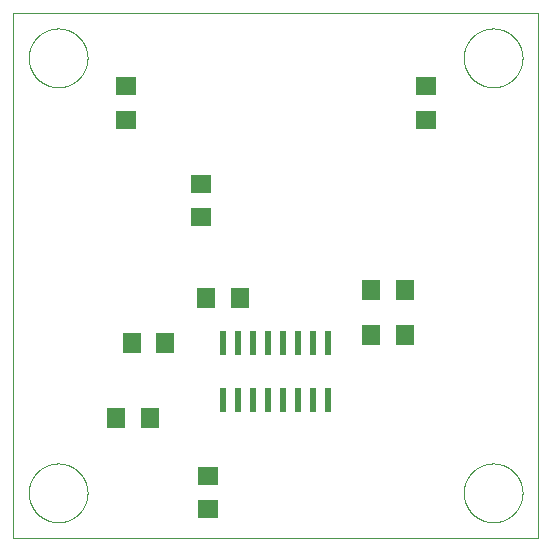
<source format=gtp>
G75*
%MOIN*%
%OFA0B0*%
%FSLAX25Y25*%
%IPPOS*%
%LPD*%
%AMOC8*
5,1,8,0,0,1.08239X$1,22.5*
%
%ADD10C,0.00000*%
%ADD11R,0.07087X0.06299*%
%ADD12R,0.02400X0.08100*%
%ADD13R,0.06299X0.07087*%
%ADD14R,0.06299X0.07098*%
%ADD15R,0.07098X0.06299*%
D10*
X0001800Y0023933D02*
X0001800Y0198933D01*
X0176800Y0198933D01*
X0176800Y0023933D01*
X0001800Y0023933D01*
X0007000Y0038933D02*
X0007003Y0039174D01*
X0007012Y0039414D01*
X0007027Y0039654D01*
X0007047Y0039894D01*
X0007074Y0040133D01*
X0007106Y0040371D01*
X0007144Y0040608D01*
X0007188Y0040845D01*
X0007238Y0041080D01*
X0007294Y0041314D01*
X0007355Y0041547D01*
X0007422Y0041778D01*
X0007495Y0042007D01*
X0007573Y0042235D01*
X0007657Y0042460D01*
X0007746Y0042683D01*
X0007841Y0042904D01*
X0007941Y0043123D01*
X0008046Y0043339D01*
X0008157Y0043553D01*
X0008273Y0043763D01*
X0008394Y0043971D01*
X0008520Y0044176D01*
X0008652Y0044378D01*
X0008788Y0044576D01*
X0008929Y0044771D01*
X0009074Y0044962D01*
X0009224Y0045150D01*
X0009379Y0045334D01*
X0009539Y0045514D01*
X0009702Y0045690D01*
X0009870Y0045863D01*
X0010043Y0046031D01*
X0010219Y0046194D01*
X0010399Y0046354D01*
X0010583Y0046509D01*
X0010771Y0046659D01*
X0010962Y0046804D01*
X0011157Y0046945D01*
X0011355Y0047081D01*
X0011557Y0047213D01*
X0011762Y0047339D01*
X0011970Y0047460D01*
X0012180Y0047576D01*
X0012394Y0047687D01*
X0012610Y0047792D01*
X0012829Y0047892D01*
X0013050Y0047987D01*
X0013273Y0048076D01*
X0013498Y0048160D01*
X0013726Y0048238D01*
X0013955Y0048311D01*
X0014186Y0048378D01*
X0014419Y0048439D01*
X0014653Y0048495D01*
X0014888Y0048545D01*
X0015125Y0048589D01*
X0015362Y0048627D01*
X0015600Y0048659D01*
X0015839Y0048686D01*
X0016079Y0048706D01*
X0016319Y0048721D01*
X0016559Y0048730D01*
X0016800Y0048733D01*
X0017041Y0048730D01*
X0017281Y0048721D01*
X0017521Y0048706D01*
X0017761Y0048686D01*
X0018000Y0048659D01*
X0018238Y0048627D01*
X0018475Y0048589D01*
X0018712Y0048545D01*
X0018947Y0048495D01*
X0019181Y0048439D01*
X0019414Y0048378D01*
X0019645Y0048311D01*
X0019874Y0048238D01*
X0020102Y0048160D01*
X0020327Y0048076D01*
X0020550Y0047987D01*
X0020771Y0047892D01*
X0020990Y0047792D01*
X0021206Y0047687D01*
X0021420Y0047576D01*
X0021630Y0047460D01*
X0021838Y0047339D01*
X0022043Y0047213D01*
X0022245Y0047081D01*
X0022443Y0046945D01*
X0022638Y0046804D01*
X0022829Y0046659D01*
X0023017Y0046509D01*
X0023201Y0046354D01*
X0023381Y0046194D01*
X0023557Y0046031D01*
X0023730Y0045863D01*
X0023898Y0045690D01*
X0024061Y0045514D01*
X0024221Y0045334D01*
X0024376Y0045150D01*
X0024526Y0044962D01*
X0024671Y0044771D01*
X0024812Y0044576D01*
X0024948Y0044378D01*
X0025080Y0044176D01*
X0025206Y0043971D01*
X0025327Y0043763D01*
X0025443Y0043553D01*
X0025554Y0043339D01*
X0025659Y0043123D01*
X0025759Y0042904D01*
X0025854Y0042683D01*
X0025943Y0042460D01*
X0026027Y0042235D01*
X0026105Y0042007D01*
X0026178Y0041778D01*
X0026245Y0041547D01*
X0026306Y0041314D01*
X0026362Y0041080D01*
X0026412Y0040845D01*
X0026456Y0040608D01*
X0026494Y0040371D01*
X0026526Y0040133D01*
X0026553Y0039894D01*
X0026573Y0039654D01*
X0026588Y0039414D01*
X0026597Y0039174D01*
X0026600Y0038933D01*
X0026597Y0038692D01*
X0026588Y0038452D01*
X0026573Y0038212D01*
X0026553Y0037972D01*
X0026526Y0037733D01*
X0026494Y0037495D01*
X0026456Y0037258D01*
X0026412Y0037021D01*
X0026362Y0036786D01*
X0026306Y0036552D01*
X0026245Y0036319D01*
X0026178Y0036088D01*
X0026105Y0035859D01*
X0026027Y0035631D01*
X0025943Y0035406D01*
X0025854Y0035183D01*
X0025759Y0034962D01*
X0025659Y0034743D01*
X0025554Y0034527D01*
X0025443Y0034313D01*
X0025327Y0034103D01*
X0025206Y0033895D01*
X0025080Y0033690D01*
X0024948Y0033488D01*
X0024812Y0033290D01*
X0024671Y0033095D01*
X0024526Y0032904D01*
X0024376Y0032716D01*
X0024221Y0032532D01*
X0024061Y0032352D01*
X0023898Y0032176D01*
X0023730Y0032003D01*
X0023557Y0031835D01*
X0023381Y0031672D01*
X0023201Y0031512D01*
X0023017Y0031357D01*
X0022829Y0031207D01*
X0022638Y0031062D01*
X0022443Y0030921D01*
X0022245Y0030785D01*
X0022043Y0030653D01*
X0021838Y0030527D01*
X0021630Y0030406D01*
X0021420Y0030290D01*
X0021206Y0030179D01*
X0020990Y0030074D01*
X0020771Y0029974D01*
X0020550Y0029879D01*
X0020327Y0029790D01*
X0020102Y0029706D01*
X0019874Y0029628D01*
X0019645Y0029555D01*
X0019414Y0029488D01*
X0019181Y0029427D01*
X0018947Y0029371D01*
X0018712Y0029321D01*
X0018475Y0029277D01*
X0018238Y0029239D01*
X0018000Y0029207D01*
X0017761Y0029180D01*
X0017521Y0029160D01*
X0017281Y0029145D01*
X0017041Y0029136D01*
X0016800Y0029133D01*
X0016559Y0029136D01*
X0016319Y0029145D01*
X0016079Y0029160D01*
X0015839Y0029180D01*
X0015600Y0029207D01*
X0015362Y0029239D01*
X0015125Y0029277D01*
X0014888Y0029321D01*
X0014653Y0029371D01*
X0014419Y0029427D01*
X0014186Y0029488D01*
X0013955Y0029555D01*
X0013726Y0029628D01*
X0013498Y0029706D01*
X0013273Y0029790D01*
X0013050Y0029879D01*
X0012829Y0029974D01*
X0012610Y0030074D01*
X0012394Y0030179D01*
X0012180Y0030290D01*
X0011970Y0030406D01*
X0011762Y0030527D01*
X0011557Y0030653D01*
X0011355Y0030785D01*
X0011157Y0030921D01*
X0010962Y0031062D01*
X0010771Y0031207D01*
X0010583Y0031357D01*
X0010399Y0031512D01*
X0010219Y0031672D01*
X0010043Y0031835D01*
X0009870Y0032003D01*
X0009702Y0032176D01*
X0009539Y0032352D01*
X0009379Y0032532D01*
X0009224Y0032716D01*
X0009074Y0032904D01*
X0008929Y0033095D01*
X0008788Y0033290D01*
X0008652Y0033488D01*
X0008520Y0033690D01*
X0008394Y0033895D01*
X0008273Y0034103D01*
X0008157Y0034313D01*
X0008046Y0034527D01*
X0007941Y0034743D01*
X0007841Y0034962D01*
X0007746Y0035183D01*
X0007657Y0035406D01*
X0007573Y0035631D01*
X0007495Y0035859D01*
X0007422Y0036088D01*
X0007355Y0036319D01*
X0007294Y0036552D01*
X0007238Y0036786D01*
X0007188Y0037021D01*
X0007144Y0037258D01*
X0007106Y0037495D01*
X0007074Y0037733D01*
X0007047Y0037972D01*
X0007027Y0038212D01*
X0007012Y0038452D01*
X0007003Y0038692D01*
X0007000Y0038933D01*
X0007000Y0183933D02*
X0007003Y0184174D01*
X0007012Y0184414D01*
X0007027Y0184654D01*
X0007047Y0184894D01*
X0007074Y0185133D01*
X0007106Y0185371D01*
X0007144Y0185608D01*
X0007188Y0185845D01*
X0007238Y0186080D01*
X0007294Y0186314D01*
X0007355Y0186547D01*
X0007422Y0186778D01*
X0007495Y0187007D01*
X0007573Y0187235D01*
X0007657Y0187460D01*
X0007746Y0187683D01*
X0007841Y0187904D01*
X0007941Y0188123D01*
X0008046Y0188339D01*
X0008157Y0188553D01*
X0008273Y0188763D01*
X0008394Y0188971D01*
X0008520Y0189176D01*
X0008652Y0189378D01*
X0008788Y0189576D01*
X0008929Y0189771D01*
X0009074Y0189962D01*
X0009224Y0190150D01*
X0009379Y0190334D01*
X0009539Y0190514D01*
X0009702Y0190690D01*
X0009870Y0190863D01*
X0010043Y0191031D01*
X0010219Y0191194D01*
X0010399Y0191354D01*
X0010583Y0191509D01*
X0010771Y0191659D01*
X0010962Y0191804D01*
X0011157Y0191945D01*
X0011355Y0192081D01*
X0011557Y0192213D01*
X0011762Y0192339D01*
X0011970Y0192460D01*
X0012180Y0192576D01*
X0012394Y0192687D01*
X0012610Y0192792D01*
X0012829Y0192892D01*
X0013050Y0192987D01*
X0013273Y0193076D01*
X0013498Y0193160D01*
X0013726Y0193238D01*
X0013955Y0193311D01*
X0014186Y0193378D01*
X0014419Y0193439D01*
X0014653Y0193495D01*
X0014888Y0193545D01*
X0015125Y0193589D01*
X0015362Y0193627D01*
X0015600Y0193659D01*
X0015839Y0193686D01*
X0016079Y0193706D01*
X0016319Y0193721D01*
X0016559Y0193730D01*
X0016800Y0193733D01*
X0017041Y0193730D01*
X0017281Y0193721D01*
X0017521Y0193706D01*
X0017761Y0193686D01*
X0018000Y0193659D01*
X0018238Y0193627D01*
X0018475Y0193589D01*
X0018712Y0193545D01*
X0018947Y0193495D01*
X0019181Y0193439D01*
X0019414Y0193378D01*
X0019645Y0193311D01*
X0019874Y0193238D01*
X0020102Y0193160D01*
X0020327Y0193076D01*
X0020550Y0192987D01*
X0020771Y0192892D01*
X0020990Y0192792D01*
X0021206Y0192687D01*
X0021420Y0192576D01*
X0021630Y0192460D01*
X0021838Y0192339D01*
X0022043Y0192213D01*
X0022245Y0192081D01*
X0022443Y0191945D01*
X0022638Y0191804D01*
X0022829Y0191659D01*
X0023017Y0191509D01*
X0023201Y0191354D01*
X0023381Y0191194D01*
X0023557Y0191031D01*
X0023730Y0190863D01*
X0023898Y0190690D01*
X0024061Y0190514D01*
X0024221Y0190334D01*
X0024376Y0190150D01*
X0024526Y0189962D01*
X0024671Y0189771D01*
X0024812Y0189576D01*
X0024948Y0189378D01*
X0025080Y0189176D01*
X0025206Y0188971D01*
X0025327Y0188763D01*
X0025443Y0188553D01*
X0025554Y0188339D01*
X0025659Y0188123D01*
X0025759Y0187904D01*
X0025854Y0187683D01*
X0025943Y0187460D01*
X0026027Y0187235D01*
X0026105Y0187007D01*
X0026178Y0186778D01*
X0026245Y0186547D01*
X0026306Y0186314D01*
X0026362Y0186080D01*
X0026412Y0185845D01*
X0026456Y0185608D01*
X0026494Y0185371D01*
X0026526Y0185133D01*
X0026553Y0184894D01*
X0026573Y0184654D01*
X0026588Y0184414D01*
X0026597Y0184174D01*
X0026600Y0183933D01*
X0026597Y0183692D01*
X0026588Y0183452D01*
X0026573Y0183212D01*
X0026553Y0182972D01*
X0026526Y0182733D01*
X0026494Y0182495D01*
X0026456Y0182258D01*
X0026412Y0182021D01*
X0026362Y0181786D01*
X0026306Y0181552D01*
X0026245Y0181319D01*
X0026178Y0181088D01*
X0026105Y0180859D01*
X0026027Y0180631D01*
X0025943Y0180406D01*
X0025854Y0180183D01*
X0025759Y0179962D01*
X0025659Y0179743D01*
X0025554Y0179527D01*
X0025443Y0179313D01*
X0025327Y0179103D01*
X0025206Y0178895D01*
X0025080Y0178690D01*
X0024948Y0178488D01*
X0024812Y0178290D01*
X0024671Y0178095D01*
X0024526Y0177904D01*
X0024376Y0177716D01*
X0024221Y0177532D01*
X0024061Y0177352D01*
X0023898Y0177176D01*
X0023730Y0177003D01*
X0023557Y0176835D01*
X0023381Y0176672D01*
X0023201Y0176512D01*
X0023017Y0176357D01*
X0022829Y0176207D01*
X0022638Y0176062D01*
X0022443Y0175921D01*
X0022245Y0175785D01*
X0022043Y0175653D01*
X0021838Y0175527D01*
X0021630Y0175406D01*
X0021420Y0175290D01*
X0021206Y0175179D01*
X0020990Y0175074D01*
X0020771Y0174974D01*
X0020550Y0174879D01*
X0020327Y0174790D01*
X0020102Y0174706D01*
X0019874Y0174628D01*
X0019645Y0174555D01*
X0019414Y0174488D01*
X0019181Y0174427D01*
X0018947Y0174371D01*
X0018712Y0174321D01*
X0018475Y0174277D01*
X0018238Y0174239D01*
X0018000Y0174207D01*
X0017761Y0174180D01*
X0017521Y0174160D01*
X0017281Y0174145D01*
X0017041Y0174136D01*
X0016800Y0174133D01*
X0016559Y0174136D01*
X0016319Y0174145D01*
X0016079Y0174160D01*
X0015839Y0174180D01*
X0015600Y0174207D01*
X0015362Y0174239D01*
X0015125Y0174277D01*
X0014888Y0174321D01*
X0014653Y0174371D01*
X0014419Y0174427D01*
X0014186Y0174488D01*
X0013955Y0174555D01*
X0013726Y0174628D01*
X0013498Y0174706D01*
X0013273Y0174790D01*
X0013050Y0174879D01*
X0012829Y0174974D01*
X0012610Y0175074D01*
X0012394Y0175179D01*
X0012180Y0175290D01*
X0011970Y0175406D01*
X0011762Y0175527D01*
X0011557Y0175653D01*
X0011355Y0175785D01*
X0011157Y0175921D01*
X0010962Y0176062D01*
X0010771Y0176207D01*
X0010583Y0176357D01*
X0010399Y0176512D01*
X0010219Y0176672D01*
X0010043Y0176835D01*
X0009870Y0177003D01*
X0009702Y0177176D01*
X0009539Y0177352D01*
X0009379Y0177532D01*
X0009224Y0177716D01*
X0009074Y0177904D01*
X0008929Y0178095D01*
X0008788Y0178290D01*
X0008652Y0178488D01*
X0008520Y0178690D01*
X0008394Y0178895D01*
X0008273Y0179103D01*
X0008157Y0179313D01*
X0008046Y0179527D01*
X0007941Y0179743D01*
X0007841Y0179962D01*
X0007746Y0180183D01*
X0007657Y0180406D01*
X0007573Y0180631D01*
X0007495Y0180859D01*
X0007422Y0181088D01*
X0007355Y0181319D01*
X0007294Y0181552D01*
X0007238Y0181786D01*
X0007188Y0182021D01*
X0007144Y0182258D01*
X0007106Y0182495D01*
X0007074Y0182733D01*
X0007047Y0182972D01*
X0007027Y0183212D01*
X0007012Y0183452D01*
X0007003Y0183692D01*
X0007000Y0183933D01*
X0152000Y0183933D02*
X0152003Y0184174D01*
X0152012Y0184414D01*
X0152027Y0184654D01*
X0152047Y0184894D01*
X0152074Y0185133D01*
X0152106Y0185371D01*
X0152144Y0185608D01*
X0152188Y0185845D01*
X0152238Y0186080D01*
X0152294Y0186314D01*
X0152355Y0186547D01*
X0152422Y0186778D01*
X0152495Y0187007D01*
X0152573Y0187235D01*
X0152657Y0187460D01*
X0152746Y0187683D01*
X0152841Y0187904D01*
X0152941Y0188123D01*
X0153046Y0188339D01*
X0153157Y0188553D01*
X0153273Y0188763D01*
X0153394Y0188971D01*
X0153520Y0189176D01*
X0153652Y0189378D01*
X0153788Y0189576D01*
X0153929Y0189771D01*
X0154074Y0189962D01*
X0154224Y0190150D01*
X0154379Y0190334D01*
X0154539Y0190514D01*
X0154702Y0190690D01*
X0154870Y0190863D01*
X0155043Y0191031D01*
X0155219Y0191194D01*
X0155399Y0191354D01*
X0155583Y0191509D01*
X0155771Y0191659D01*
X0155962Y0191804D01*
X0156157Y0191945D01*
X0156355Y0192081D01*
X0156557Y0192213D01*
X0156762Y0192339D01*
X0156970Y0192460D01*
X0157180Y0192576D01*
X0157394Y0192687D01*
X0157610Y0192792D01*
X0157829Y0192892D01*
X0158050Y0192987D01*
X0158273Y0193076D01*
X0158498Y0193160D01*
X0158726Y0193238D01*
X0158955Y0193311D01*
X0159186Y0193378D01*
X0159419Y0193439D01*
X0159653Y0193495D01*
X0159888Y0193545D01*
X0160125Y0193589D01*
X0160362Y0193627D01*
X0160600Y0193659D01*
X0160839Y0193686D01*
X0161079Y0193706D01*
X0161319Y0193721D01*
X0161559Y0193730D01*
X0161800Y0193733D01*
X0162041Y0193730D01*
X0162281Y0193721D01*
X0162521Y0193706D01*
X0162761Y0193686D01*
X0163000Y0193659D01*
X0163238Y0193627D01*
X0163475Y0193589D01*
X0163712Y0193545D01*
X0163947Y0193495D01*
X0164181Y0193439D01*
X0164414Y0193378D01*
X0164645Y0193311D01*
X0164874Y0193238D01*
X0165102Y0193160D01*
X0165327Y0193076D01*
X0165550Y0192987D01*
X0165771Y0192892D01*
X0165990Y0192792D01*
X0166206Y0192687D01*
X0166420Y0192576D01*
X0166630Y0192460D01*
X0166838Y0192339D01*
X0167043Y0192213D01*
X0167245Y0192081D01*
X0167443Y0191945D01*
X0167638Y0191804D01*
X0167829Y0191659D01*
X0168017Y0191509D01*
X0168201Y0191354D01*
X0168381Y0191194D01*
X0168557Y0191031D01*
X0168730Y0190863D01*
X0168898Y0190690D01*
X0169061Y0190514D01*
X0169221Y0190334D01*
X0169376Y0190150D01*
X0169526Y0189962D01*
X0169671Y0189771D01*
X0169812Y0189576D01*
X0169948Y0189378D01*
X0170080Y0189176D01*
X0170206Y0188971D01*
X0170327Y0188763D01*
X0170443Y0188553D01*
X0170554Y0188339D01*
X0170659Y0188123D01*
X0170759Y0187904D01*
X0170854Y0187683D01*
X0170943Y0187460D01*
X0171027Y0187235D01*
X0171105Y0187007D01*
X0171178Y0186778D01*
X0171245Y0186547D01*
X0171306Y0186314D01*
X0171362Y0186080D01*
X0171412Y0185845D01*
X0171456Y0185608D01*
X0171494Y0185371D01*
X0171526Y0185133D01*
X0171553Y0184894D01*
X0171573Y0184654D01*
X0171588Y0184414D01*
X0171597Y0184174D01*
X0171600Y0183933D01*
X0171597Y0183692D01*
X0171588Y0183452D01*
X0171573Y0183212D01*
X0171553Y0182972D01*
X0171526Y0182733D01*
X0171494Y0182495D01*
X0171456Y0182258D01*
X0171412Y0182021D01*
X0171362Y0181786D01*
X0171306Y0181552D01*
X0171245Y0181319D01*
X0171178Y0181088D01*
X0171105Y0180859D01*
X0171027Y0180631D01*
X0170943Y0180406D01*
X0170854Y0180183D01*
X0170759Y0179962D01*
X0170659Y0179743D01*
X0170554Y0179527D01*
X0170443Y0179313D01*
X0170327Y0179103D01*
X0170206Y0178895D01*
X0170080Y0178690D01*
X0169948Y0178488D01*
X0169812Y0178290D01*
X0169671Y0178095D01*
X0169526Y0177904D01*
X0169376Y0177716D01*
X0169221Y0177532D01*
X0169061Y0177352D01*
X0168898Y0177176D01*
X0168730Y0177003D01*
X0168557Y0176835D01*
X0168381Y0176672D01*
X0168201Y0176512D01*
X0168017Y0176357D01*
X0167829Y0176207D01*
X0167638Y0176062D01*
X0167443Y0175921D01*
X0167245Y0175785D01*
X0167043Y0175653D01*
X0166838Y0175527D01*
X0166630Y0175406D01*
X0166420Y0175290D01*
X0166206Y0175179D01*
X0165990Y0175074D01*
X0165771Y0174974D01*
X0165550Y0174879D01*
X0165327Y0174790D01*
X0165102Y0174706D01*
X0164874Y0174628D01*
X0164645Y0174555D01*
X0164414Y0174488D01*
X0164181Y0174427D01*
X0163947Y0174371D01*
X0163712Y0174321D01*
X0163475Y0174277D01*
X0163238Y0174239D01*
X0163000Y0174207D01*
X0162761Y0174180D01*
X0162521Y0174160D01*
X0162281Y0174145D01*
X0162041Y0174136D01*
X0161800Y0174133D01*
X0161559Y0174136D01*
X0161319Y0174145D01*
X0161079Y0174160D01*
X0160839Y0174180D01*
X0160600Y0174207D01*
X0160362Y0174239D01*
X0160125Y0174277D01*
X0159888Y0174321D01*
X0159653Y0174371D01*
X0159419Y0174427D01*
X0159186Y0174488D01*
X0158955Y0174555D01*
X0158726Y0174628D01*
X0158498Y0174706D01*
X0158273Y0174790D01*
X0158050Y0174879D01*
X0157829Y0174974D01*
X0157610Y0175074D01*
X0157394Y0175179D01*
X0157180Y0175290D01*
X0156970Y0175406D01*
X0156762Y0175527D01*
X0156557Y0175653D01*
X0156355Y0175785D01*
X0156157Y0175921D01*
X0155962Y0176062D01*
X0155771Y0176207D01*
X0155583Y0176357D01*
X0155399Y0176512D01*
X0155219Y0176672D01*
X0155043Y0176835D01*
X0154870Y0177003D01*
X0154702Y0177176D01*
X0154539Y0177352D01*
X0154379Y0177532D01*
X0154224Y0177716D01*
X0154074Y0177904D01*
X0153929Y0178095D01*
X0153788Y0178290D01*
X0153652Y0178488D01*
X0153520Y0178690D01*
X0153394Y0178895D01*
X0153273Y0179103D01*
X0153157Y0179313D01*
X0153046Y0179527D01*
X0152941Y0179743D01*
X0152841Y0179962D01*
X0152746Y0180183D01*
X0152657Y0180406D01*
X0152573Y0180631D01*
X0152495Y0180859D01*
X0152422Y0181088D01*
X0152355Y0181319D01*
X0152294Y0181552D01*
X0152238Y0181786D01*
X0152188Y0182021D01*
X0152144Y0182258D01*
X0152106Y0182495D01*
X0152074Y0182733D01*
X0152047Y0182972D01*
X0152027Y0183212D01*
X0152012Y0183452D01*
X0152003Y0183692D01*
X0152000Y0183933D01*
X0152000Y0038933D02*
X0152003Y0039174D01*
X0152012Y0039414D01*
X0152027Y0039654D01*
X0152047Y0039894D01*
X0152074Y0040133D01*
X0152106Y0040371D01*
X0152144Y0040608D01*
X0152188Y0040845D01*
X0152238Y0041080D01*
X0152294Y0041314D01*
X0152355Y0041547D01*
X0152422Y0041778D01*
X0152495Y0042007D01*
X0152573Y0042235D01*
X0152657Y0042460D01*
X0152746Y0042683D01*
X0152841Y0042904D01*
X0152941Y0043123D01*
X0153046Y0043339D01*
X0153157Y0043553D01*
X0153273Y0043763D01*
X0153394Y0043971D01*
X0153520Y0044176D01*
X0153652Y0044378D01*
X0153788Y0044576D01*
X0153929Y0044771D01*
X0154074Y0044962D01*
X0154224Y0045150D01*
X0154379Y0045334D01*
X0154539Y0045514D01*
X0154702Y0045690D01*
X0154870Y0045863D01*
X0155043Y0046031D01*
X0155219Y0046194D01*
X0155399Y0046354D01*
X0155583Y0046509D01*
X0155771Y0046659D01*
X0155962Y0046804D01*
X0156157Y0046945D01*
X0156355Y0047081D01*
X0156557Y0047213D01*
X0156762Y0047339D01*
X0156970Y0047460D01*
X0157180Y0047576D01*
X0157394Y0047687D01*
X0157610Y0047792D01*
X0157829Y0047892D01*
X0158050Y0047987D01*
X0158273Y0048076D01*
X0158498Y0048160D01*
X0158726Y0048238D01*
X0158955Y0048311D01*
X0159186Y0048378D01*
X0159419Y0048439D01*
X0159653Y0048495D01*
X0159888Y0048545D01*
X0160125Y0048589D01*
X0160362Y0048627D01*
X0160600Y0048659D01*
X0160839Y0048686D01*
X0161079Y0048706D01*
X0161319Y0048721D01*
X0161559Y0048730D01*
X0161800Y0048733D01*
X0162041Y0048730D01*
X0162281Y0048721D01*
X0162521Y0048706D01*
X0162761Y0048686D01*
X0163000Y0048659D01*
X0163238Y0048627D01*
X0163475Y0048589D01*
X0163712Y0048545D01*
X0163947Y0048495D01*
X0164181Y0048439D01*
X0164414Y0048378D01*
X0164645Y0048311D01*
X0164874Y0048238D01*
X0165102Y0048160D01*
X0165327Y0048076D01*
X0165550Y0047987D01*
X0165771Y0047892D01*
X0165990Y0047792D01*
X0166206Y0047687D01*
X0166420Y0047576D01*
X0166630Y0047460D01*
X0166838Y0047339D01*
X0167043Y0047213D01*
X0167245Y0047081D01*
X0167443Y0046945D01*
X0167638Y0046804D01*
X0167829Y0046659D01*
X0168017Y0046509D01*
X0168201Y0046354D01*
X0168381Y0046194D01*
X0168557Y0046031D01*
X0168730Y0045863D01*
X0168898Y0045690D01*
X0169061Y0045514D01*
X0169221Y0045334D01*
X0169376Y0045150D01*
X0169526Y0044962D01*
X0169671Y0044771D01*
X0169812Y0044576D01*
X0169948Y0044378D01*
X0170080Y0044176D01*
X0170206Y0043971D01*
X0170327Y0043763D01*
X0170443Y0043553D01*
X0170554Y0043339D01*
X0170659Y0043123D01*
X0170759Y0042904D01*
X0170854Y0042683D01*
X0170943Y0042460D01*
X0171027Y0042235D01*
X0171105Y0042007D01*
X0171178Y0041778D01*
X0171245Y0041547D01*
X0171306Y0041314D01*
X0171362Y0041080D01*
X0171412Y0040845D01*
X0171456Y0040608D01*
X0171494Y0040371D01*
X0171526Y0040133D01*
X0171553Y0039894D01*
X0171573Y0039654D01*
X0171588Y0039414D01*
X0171597Y0039174D01*
X0171600Y0038933D01*
X0171597Y0038692D01*
X0171588Y0038452D01*
X0171573Y0038212D01*
X0171553Y0037972D01*
X0171526Y0037733D01*
X0171494Y0037495D01*
X0171456Y0037258D01*
X0171412Y0037021D01*
X0171362Y0036786D01*
X0171306Y0036552D01*
X0171245Y0036319D01*
X0171178Y0036088D01*
X0171105Y0035859D01*
X0171027Y0035631D01*
X0170943Y0035406D01*
X0170854Y0035183D01*
X0170759Y0034962D01*
X0170659Y0034743D01*
X0170554Y0034527D01*
X0170443Y0034313D01*
X0170327Y0034103D01*
X0170206Y0033895D01*
X0170080Y0033690D01*
X0169948Y0033488D01*
X0169812Y0033290D01*
X0169671Y0033095D01*
X0169526Y0032904D01*
X0169376Y0032716D01*
X0169221Y0032532D01*
X0169061Y0032352D01*
X0168898Y0032176D01*
X0168730Y0032003D01*
X0168557Y0031835D01*
X0168381Y0031672D01*
X0168201Y0031512D01*
X0168017Y0031357D01*
X0167829Y0031207D01*
X0167638Y0031062D01*
X0167443Y0030921D01*
X0167245Y0030785D01*
X0167043Y0030653D01*
X0166838Y0030527D01*
X0166630Y0030406D01*
X0166420Y0030290D01*
X0166206Y0030179D01*
X0165990Y0030074D01*
X0165771Y0029974D01*
X0165550Y0029879D01*
X0165327Y0029790D01*
X0165102Y0029706D01*
X0164874Y0029628D01*
X0164645Y0029555D01*
X0164414Y0029488D01*
X0164181Y0029427D01*
X0163947Y0029371D01*
X0163712Y0029321D01*
X0163475Y0029277D01*
X0163238Y0029239D01*
X0163000Y0029207D01*
X0162761Y0029180D01*
X0162521Y0029160D01*
X0162281Y0029145D01*
X0162041Y0029136D01*
X0161800Y0029133D01*
X0161559Y0029136D01*
X0161319Y0029145D01*
X0161079Y0029160D01*
X0160839Y0029180D01*
X0160600Y0029207D01*
X0160362Y0029239D01*
X0160125Y0029277D01*
X0159888Y0029321D01*
X0159653Y0029371D01*
X0159419Y0029427D01*
X0159186Y0029488D01*
X0158955Y0029555D01*
X0158726Y0029628D01*
X0158498Y0029706D01*
X0158273Y0029790D01*
X0158050Y0029879D01*
X0157829Y0029974D01*
X0157610Y0030074D01*
X0157394Y0030179D01*
X0157180Y0030290D01*
X0156970Y0030406D01*
X0156762Y0030527D01*
X0156557Y0030653D01*
X0156355Y0030785D01*
X0156157Y0030921D01*
X0155962Y0031062D01*
X0155771Y0031207D01*
X0155583Y0031357D01*
X0155399Y0031512D01*
X0155219Y0031672D01*
X0155043Y0031835D01*
X0154870Y0032003D01*
X0154702Y0032176D01*
X0154539Y0032352D01*
X0154379Y0032532D01*
X0154224Y0032716D01*
X0154074Y0032904D01*
X0153929Y0033095D01*
X0153788Y0033290D01*
X0153652Y0033488D01*
X0153520Y0033690D01*
X0153394Y0033895D01*
X0153273Y0034103D01*
X0153157Y0034313D01*
X0153046Y0034527D01*
X0152941Y0034743D01*
X0152841Y0034962D01*
X0152746Y0035183D01*
X0152657Y0035406D01*
X0152573Y0035631D01*
X0152495Y0035859D01*
X0152422Y0036088D01*
X0152355Y0036319D01*
X0152294Y0036552D01*
X0152238Y0036786D01*
X0152188Y0037021D01*
X0152144Y0037258D01*
X0152106Y0037495D01*
X0152074Y0037733D01*
X0152047Y0037972D01*
X0152027Y0038212D01*
X0152012Y0038452D01*
X0152003Y0038692D01*
X0152000Y0038933D01*
D11*
X0066800Y0033421D03*
X0066800Y0044445D03*
D12*
X0071800Y0070033D03*
X0076800Y0070033D03*
X0081800Y0070033D03*
X0086800Y0070033D03*
X0091800Y0070033D03*
X0096800Y0070033D03*
X0101800Y0070033D03*
X0106800Y0070033D03*
X0106800Y0088933D03*
X0101800Y0088933D03*
X0096800Y0088933D03*
X0091800Y0088933D03*
X0086800Y0088933D03*
X0081800Y0088933D03*
X0076800Y0088933D03*
X0071800Y0088933D03*
D13*
X0052312Y0088933D03*
X0041288Y0088933D03*
D14*
X0066202Y0103933D03*
X0077398Y0103933D03*
X0047398Y0063933D03*
X0036202Y0063933D03*
X0121202Y0091433D03*
X0132398Y0091433D03*
X0132398Y0106433D03*
X0121202Y0106433D03*
D15*
X0139300Y0163335D03*
X0139300Y0174531D03*
X0064300Y0142031D03*
X0064300Y0130835D03*
X0039300Y0163335D03*
X0039300Y0174531D03*
M02*

</source>
